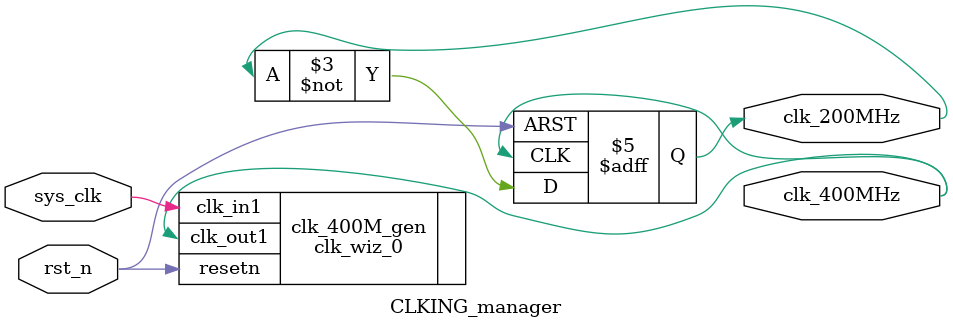
<source format=v>
`timescale 1ns / 1ps


module CLKING_manager(
    input wire sys_clk,
    input wire rst_n,
    output reg clk_200MHz,
    output wire clk_400MHz
    );
    
    initial begin
        clk_200MHz <= 1'b0;
    end
    
    always @ (posedge clk_400MHz or negedge rst_n) begin
        if (!rst_n) begin
            clk_200MHz <= 1'b0;
        end
        else clk_200MHz <= ~ clk_200MHz;
    end
    
    clk_wiz_0 clk_400M_gen(
        .clk_out1(clk_400MHz),
        .resetn(rst_n),
        .clk_in1(sys_clk)
    );
    
endmodule

//module clk_wiz_0(clk_out1, resetn, clk_in1)
///* synthesis syn_black_box black_box_pad_pin="clk_out1,resetn,clk_in1" */;
//  output clk_out1;
//  input resetn;
//  input clk_in1;
//endmodule
</source>
